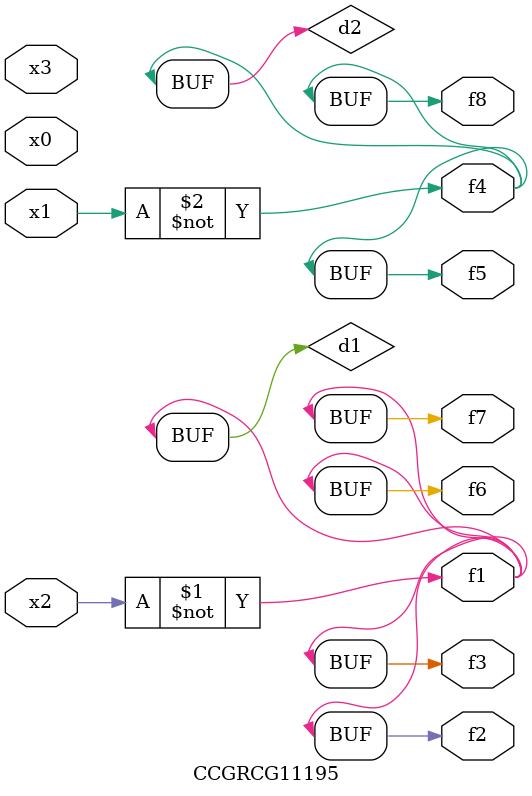
<source format=v>
module CCGRCG11195(
	input x0, x1, x2, x3,
	output f1, f2, f3, f4, f5, f6, f7, f8
);

	wire d1, d2;

	xnor (d1, x2);
	not (d2, x1);
	assign f1 = d1;
	assign f2 = d1;
	assign f3 = d1;
	assign f4 = d2;
	assign f5 = d2;
	assign f6 = d1;
	assign f7 = d1;
	assign f8 = d2;
endmodule

</source>
